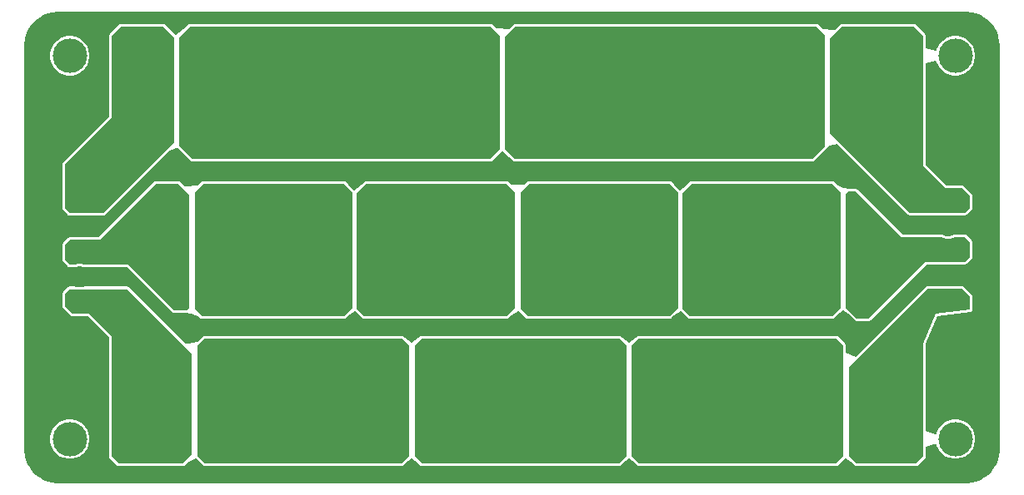
<source format=gbl>
G04*
G04 #@! TF.GenerationSoftware,Altium Limited,Altium Designer,25.3.3 (18)*
G04*
G04 Layer_Physical_Order=2*
G04 Layer_Color=16711680*
%FSLAX44Y44*%
%MOMM*%
G71*
G04*
G04 #@! TF.SameCoordinates,1FD36998-6F79-4F76-A579-B8A6C8C858E4*
G04*
G04*
G04 #@! TF.FilePolarity,Positive*
G04*
G01*
G75*
%ADD21C,1.6500*%
%ADD22C,3.5000*%
%ADD23C,0.6000*%
G36*
X960000Y480000D02*
X962294Y480000D01*
X966843Y479401D01*
X971274Y478214D01*
X975513Y476458D01*
X979487Y474164D01*
X983127Y471371D01*
X986371Y468127D01*
X989164Y464487D01*
X991458Y460513D01*
X993214Y456274D01*
X993776Y454176D01*
X995000Y445003D01*
X995000Y445000D01*
X995000Y445000D01*
X995000Y445000D01*
X995000Y35000D01*
X995000Y32706D01*
X994401Y28157D01*
X993214Y23725D01*
X991458Y19487D01*
X989164Y15513D01*
X986371Y11873D01*
X983127Y8629D01*
X979487Y5836D01*
X975513Y3542D01*
X971274Y1786D01*
X966843Y599D01*
X962294Y-0D01*
X960000Y0D01*
X36706D01*
X32157Y599D01*
X27725Y1786D01*
X23487Y3542D01*
X19513Y5836D01*
X15873Y8629D01*
X12629Y11873D01*
X9836Y15513D01*
X7542Y19487D01*
X5786Y23726D01*
X4599Y28157D01*
X4000Y32706D01*
X4000Y35000D01*
X4000Y445000D01*
X4000Y447294D01*
X4599Y451843D01*
X5786Y456274D01*
X7542Y460513D01*
X9836Y464487D01*
X12629Y468127D01*
X15873Y471371D01*
X19513Y474164D01*
X23487Y476458D01*
X27725Y478214D01*
X32157Y479401D01*
X36706Y480000D01*
X39000Y480000D01*
X39000Y480000D01*
X960000Y480000D01*
D02*
G37*
%LPC*%
G36*
X907500Y467590D02*
X835000Y467590D01*
X834009Y467393D01*
X833169Y466831D01*
X828305Y461967D01*
X827297Y461492D01*
X814634Y462439D01*
X810241Y466831D01*
X809401Y467393D01*
X808410Y467590D01*
X503410Y467590D01*
X502419Y467393D01*
X501579Y466831D01*
X497339Y462592D01*
X496956Y462316D01*
X483473Y462690D01*
X479331Y466831D01*
X478491Y467393D01*
X477500Y467590D01*
X172500Y467590D01*
X171509Y467393D01*
X170669Y466831D01*
X165594Y461756D01*
X158245Y456147D01*
X152006Y461657D01*
X146831Y466831D01*
X145991Y467393D01*
X145000Y467590D01*
X102500D01*
X101509Y467393D01*
X100669Y466831D01*
X90669Y456831D01*
X90107Y455991D01*
X89910Y455000D01*
Y373573D01*
X43169Y326831D01*
X42607Y325991D01*
X42410Y325000D01*
Y280000D01*
X42607Y279009D01*
X43169Y278169D01*
X48169Y273169D01*
X49009Y272607D01*
X50000Y272410D01*
X84000D01*
X84991Y272607D01*
X85831Y273169D01*
X150263Y337601D01*
X159169Y342169D01*
X163694Y337644D01*
X173169Y328169D01*
X174009Y327607D01*
X175000Y327410D01*
X477500D01*
X478491Y327607D01*
X479331Y328169D01*
X483206Y332044D01*
X490000Y337620D01*
X496794Y332044D01*
X500669Y328169D01*
X501509Y327607D01*
X502500Y327410D01*
X805000D01*
X805991Y327607D01*
X806831Y328169D01*
X819331Y340669D01*
X819331Y340669D01*
X819893Y341509D01*
X822909Y343275D01*
X830090Y345248D01*
X901769Y273569D01*
X902609Y273007D01*
X903600Y272810D01*
X960000D01*
X960991Y273007D01*
X961831Y273569D01*
X966831Y278569D01*
X967393Y279409D01*
X967590Y280400D01*
Y292471D01*
X967393Y293462D01*
X966831Y294302D01*
X958902Y302231D01*
X958062Y302793D01*
X957071Y302990D01*
X941073Y302990D01*
X920090Y323973D01*
Y427218D01*
X930090Y430152D01*
X930730Y429155D01*
X931116Y428223D01*
X932241Y425508D01*
X934434Y422225D01*
X937225Y419434D01*
X940508Y417241D01*
X944155Y415730D01*
X948026Y414960D01*
X951974D01*
X955845Y415730D01*
X959492Y417241D01*
X962775Y419434D01*
X965566Y422225D01*
X967759Y425508D01*
X969270Y429155D01*
X970040Y433026D01*
Y436974D01*
X969270Y440845D01*
X967759Y444492D01*
X965566Y447775D01*
X962775Y450566D01*
X959492Y452759D01*
X955845Y454270D01*
X951974Y455040D01*
X948026D01*
X944155Y454270D01*
X940508Y452759D01*
X937225Y450566D01*
X934434Y447775D01*
X932241Y444492D01*
X931116Y441777D01*
X930730Y440845D01*
X930090Y439848D01*
X920090Y442782D01*
Y455000D01*
X919893Y455991D01*
X919331Y456831D01*
X909331Y466831D01*
X908491Y467393D01*
X907500Y467590D01*
D02*
G37*
G36*
X51974Y455040D02*
X48026D01*
X44155Y454270D01*
X40507Y452759D01*
X37225Y450566D01*
X34434Y447775D01*
X32241Y444492D01*
X30730Y440845D01*
X29960Y436974D01*
Y433026D01*
X30730Y429155D01*
X32241Y425508D01*
X34434Y422225D01*
X37225Y419434D01*
X40507Y417241D01*
X44155Y415730D01*
X48026Y414960D01*
X51974D01*
X55845Y415730D01*
X59493Y417241D01*
X62775Y419434D01*
X65566Y422225D01*
X67759Y425508D01*
X69270Y429155D01*
X70040Y433026D01*
Y436974D01*
X69270Y440845D01*
X67759Y444492D01*
X65566Y447775D01*
X62775Y450566D01*
X59493Y452759D01*
X55845Y454270D01*
X51974Y455040D01*
D02*
G37*
G36*
X825000Y307590D02*
X682500D01*
X681509Y307393D01*
X680669Y306831D01*
X680669Y306831D01*
X677862Y304024D01*
X670270Y298192D01*
X664333Y303875D01*
X661376Y306831D01*
X660536Y307393D01*
X659545Y307590D01*
X517045D01*
X516054Y307393D01*
X515214Y306831D01*
X512407Y304024D01*
X512226Y303885D01*
X498745Y304007D01*
X495921Y306831D01*
X495081Y307393D01*
X494090Y307590D01*
X351590D01*
X350599Y307393D01*
X349759Y306831D01*
X349759Y306831D01*
X346952Y304024D01*
X339271Y298123D01*
X333441Y303857D01*
X330466Y306831D01*
X329626Y307393D01*
X328635Y307590D01*
X186135D01*
X185144Y307393D01*
X184304Y306831D01*
X180041Y302568D01*
X167336Y301823D01*
X166286Y302377D01*
X161831Y306831D01*
X160991Y307393D01*
X160000Y307590D01*
X138000Y307590D01*
X137009Y307393D01*
X136169Y306831D01*
X79427Y250090D01*
X50000D01*
X49009Y249893D01*
X48169Y249331D01*
X43169Y244331D01*
X42607Y243491D01*
X42410Y242500D01*
Y227500D01*
X42607Y226509D01*
X43169Y225669D01*
X48169Y220669D01*
X49009Y220107D01*
X50000Y219910D01*
X55457D01*
X55789Y219976D01*
X56127Y219998D01*
X58597Y220660D01*
X61403D01*
X63873Y219998D01*
X64211Y219976D01*
X64543Y219910D01*
X108927D01*
X154669Y174169D01*
X155509Y173607D01*
X156500Y173410D01*
X165401Y173410D01*
X168500Y173410D01*
X173175Y172956D01*
X173753Y172854D01*
X180221Y170368D01*
X182420Y168169D01*
X183261Y167607D01*
X184252Y167410D01*
X328635Y167410D01*
X329626Y167607D01*
X330466Y168169D01*
X330466Y168169D01*
X331942Y169644D01*
X340169Y175259D01*
X347259Y168169D01*
X348099Y167607D01*
X349090Y167410D01*
X494090Y167410D01*
X495081Y167607D01*
X495921Y168169D01*
X495921Y168169D01*
X497774Y170022D01*
X506152Y175446D01*
X511354Y170273D01*
X513458Y168169D01*
X514298Y167607D01*
X515289Y167410D01*
X659545Y167410D01*
X660536Y167607D01*
X661376Y168169D01*
X661376Y168169D01*
X662894Y169687D01*
X671169Y175269D01*
X678269Y168169D01*
X679109Y167607D01*
X680100Y167410D01*
X825000Y167410D01*
X825991Y167607D01*
X826831Y168169D01*
X826831Y168169D01*
X829646Y170984D01*
X836298Y176364D01*
X843284Y170954D01*
X848169Y166069D01*
X849009Y165507D01*
X850000Y165310D01*
X861900Y165310D01*
X862891Y165507D01*
X863731Y166069D01*
X920473Y222810D01*
X960000Y222810D01*
X960991Y223007D01*
X961831Y223569D01*
X966831Y228569D01*
X967393Y229409D01*
X967590Y230400D01*
Y245400D01*
X967393Y246391D01*
X966831Y247231D01*
X961831Y252231D01*
X960991Y252793D01*
X960000Y252990D01*
X948735D01*
X948567Y252956D01*
X948397Y252968D01*
X948076Y252859D01*
X947744Y252793D01*
X947602Y252698D01*
X947440Y252643D01*
X946615Y252166D01*
X943903Y251440D01*
X941097D01*
X938385Y252166D01*
X937560Y252643D01*
X937398Y252698D01*
X937256Y252793D01*
X936924Y252859D01*
X936603Y252968D01*
X936433Y252956D01*
X936265Y252990D01*
X896673D01*
X850831Y298831D01*
X849991Y299393D01*
X849000Y299590D01*
X841600Y299590D01*
X836767Y300501D01*
X834027Y301291D01*
X831130Y302532D01*
X826831Y306831D01*
X825991Y307393D01*
X825000Y307590D01*
D02*
G37*
G36*
X957071Y200490D02*
X921900Y200490D01*
X920909Y200293D01*
X920069Y199731D01*
X848590Y128252D01*
X838590Y132394D01*
Y140213D01*
X838393Y141204D01*
X837831Y142044D01*
X830545Y149331D01*
X829704Y149893D01*
X828713Y150090D01*
X628713D01*
X627722Y149893D01*
X626882Y149331D01*
X625264Y147713D01*
X618410Y142562D01*
X611556Y147713D01*
X609938Y149331D01*
X609098Y149893D01*
X608107Y150090D01*
X408107D01*
X407116Y149893D01*
X406275Y149331D01*
X404658Y147713D01*
X397803Y142562D01*
X390949Y147713D01*
X389331Y149331D01*
X388491Y149893D01*
X387500Y150090D01*
X187500D01*
X186509Y149893D01*
X185669Y149331D01*
X180071Y143734D01*
X170624Y141726D01*
X167621Y142042D01*
X110331Y199331D01*
X109491Y199893D01*
X108500Y200090D01*
X64543D01*
X64211Y200024D01*
X63873Y200002D01*
X61403Y199340D01*
X58597D01*
X56127Y200002D01*
X55789Y200024D01*
X55457Y200090D01*
X50000D01*
X49009Y199893D01*
X48169Y199331D01*
X43169Y194331D01*
X42607Y193491D01*
X42410Y192500D01*
Y180429D01*
X42607Y179438D01*
X43169Y178598D01*
X51098Y170669D01*
X51938Y170107D01*
X52929Y169910D01*
X68927Y169910D01*
X89910Y148927D01*
Y27500D01*
X90107Y26509D01*
X90669Y25669D01*
X98169Y18169D01*
X99009Y17607D01*
X100000Y17410D01*
X165000Y17410D01*
X165991Y17607D01*
X166831Y18169D01*
X169422Y20760D01*
X177775Y25448D01*
X183148Y20690D01*
X185669Y18169D01*
X186509Y17607D01*
X187500Y17410D01*
X387500D01*
X388491Y17607D01*
X389331Y18169D01*
X390949Y19787D01*
X397803Y24938D01*
X404658Y19787D01*
X406275Y18169D01*
X407116Y17607D01*
X408107Y17410D01*
X608107D01*
X609098Y17607D01*
X609938Y18169D01*
X611556Y19787D01*
X618410Y24938D01*
X625264Y19787D01*
X626882Y18169D01*
X627722Y17607D01*
X628713Y17410D01*
X828713D01*
X829704Y17607D01*
X830545Y18169D01*
X832534Y20159D01*
X838622Y24951D01*
X846263Y20075D01*
X848169Y18169D01*
X849009Y17607D01*
X850000Y17410D01*
X910000Y17410D01*
X910991Y17607D01*
X911831Y18169D01*
X919331Y25669D01*
X919893Y26509D01*
X920090Y27500D01*
Y37218D01*
X930090Y40152D01*
X930730Y39155D01*
X931116Y38223D01*
X932241Y35508D01*
X934434Y32225D01*
X937225Y29434D01*
X940508Y27241D01*
X944155Y25730D01*
X948026Y24960D01*
X951974D01*
X955845Y25730D01*
X959492Y27241D01*
X962775Y29434D01*
X965566Y32225D01*
X967759Y35508D01*
X969270Y39155D01*
X970040Y43026D01*
Y46974D01*
X969270Y50845D01*
X967759Y54493D01*
X965566Y57775D01*
X962775Y60566D01*
X959492Y62759D01*
X955845Y64270D01*
X951974Y65040D01*
X948026D01*
X944155Y64270D01*
X940508Y62759D01*
X937225Y60566D01*
X934434Y57775D01*
X932241Y54493D01*
X931116Y51777D01*
X930730Y50845D01*
X930090Y49848D01*
X920090Y52782D01*
Y141775D01*
X931817Y170118D01*
X965322Y174320D01*
X965651Y174429D01*
X965991Y174497D01*
X966126Y174587D01*
X966281Y174639D01*
X966543Y174866D01*
X966831Y175058D01*
X966922Y175194D01*
X967045Y175300D01*
X967200Y175610D01*
X967393Y175898D01*
X967424Y176058D01*
X967497Y176204D01*
X967522Y176550D01*
X967590Y176889D01*
Y189971D01*
X967393Y190962D01*
X966831Y191802D01*
X958902Y199731D01*
X958062Y200293D01*
X957071Y200490D01*
D02*
G37*
G36*
X51974Y65040D02*
X48026D01*
X44155Y64270D01*
X40507Y62759D01*
X37225Y60566D01*
X34434Y57775D01*
X32241Y54493D01*
X30730Y50845D01*
X29960Y46974D01*
Y43026D01*
X30730Y39155D01*
X32241Y35508D01*
X34434Y32225D01*
X37225Y29434D01*
X40507Y27241D01*
X44155Y25730D01*
X48026Y24960D01*
X51974D01*
X55845Y25730D01*
X59493Y27241D01*
X62775Y29434D01*
X65566Y32225D01*
X67759Y35508D01*
X69270Y39155D01*
X70040Y43026D01*
Y46974D01*
X69270Y50845D01*
X67759Y54493D01*
X65566Y57775D01*
X62775Y60566D01*
X59493Y62759D01*
X55845Y64270D01*
X51974Y65040D01*
D02*
G37*
%LPD*%
G36*
X817500Y455910D02*
X817500Y342500D01*
X805000Y330000D01*
X502500D01*
X492500Y340000D01*
X492500Y454090D01*
X503410Y465000D01*
X808410Y465000D01*
X817500Y455910D01*
D02*
G37*
G36*
X487500Y455000D02*
X487500Y340000D01*
X477500Y330000D01*
X175000D01*
X161000Y344000D01*
Y453500D01*
X172500Y465000D01*
X477500Y465000D01*
X487500Y455000D01*
D02*
G37*
G36*
X917500Y455000D02*
Y322900D01*
X940000Y300400D01*
X957071Y300400D01*
X965000Y292471D01*
Y280400D01*
X960000Y275400D01*
X903600D01*
X822500Y356500D01*
Y452500D01*
X835000Y465000D01*
X907500Y465000D01*
X917500Y455000D01*
D02*
G37*
G36*
X156000Y454000D02*
Y347000D01*
X84000Y275000D01*
X50000D01*
X45000Y280000D01*
Y325000D01*
X92500Y372500D01*
Y455000D01*
X102500Y465000D01*
X145000D01*
X156000Y454000D01*
D02*
G37*
G36*
X171000Y294000D02*
Y178500D01*
X168500Y176000D01*
X156500Y176000D01*
X110000Y222500D01*
X64543D01*
X61744Y223250D01*
X58256D01*
X55457Y222500D01*
X50000D01*
X45000Y227500D01*
Y242500D01*
X50000Y247500D01*
X80500D01*
X138000Y305000D01*
X160000Y305000D01*
X171000Y294000D01*
D02*
G37*
G36*
X668295Y296250D02*
Y178750D01*
X659545Y170000D01*
X515289Y170000D01*
X508000Y177289D01*
Y295955D01*
X517045Y305000D01*
X659545D01*
X668295Y296250D01*
D02*
G37*
G36*
X337385D02*
Y178750D01*
X328635Y170000D01*
X184252Y170000D01*
X177000Y177252D01*
Y295865D01*
X186135Y305000D01*
X328635D01*
X337385Y296250D01*
D02*
G37*
G36*
X833750D02*
Y178750D01*
X825000Y170000D01*
X680100Y170000D01*
X673000Y177101D01*
Y295500D01*
X682500Y305000D01*
X825000D01*
X833750Y296250D01*
D02*
G37*
G36*
X502840D02*
Y178750D01*
X494090Y170000D01*
X349090Y170000D01*
X342000Y177090D01*
Y295410D01*
X351590Y305000D01*
X494090D01*
X502840Y296250D01*
D02*
G37*
G36*
X895600Y250400D02*
X936265D01*
X937386Y249753D01*
X940756Y248850D01*
X944244D01*
X947614Y249753D01*
X948735Y250400D01*
X960000D01*
X965000Y245400D01*
Y230400D01*
X960000Y225400D01*
X919400Y225400D01*
X861900Y167900D01*
X850000Y167900D01*
X839000Y178900D01*
Y294400D01*
X841600Y297000D01*
X849000D01*
X895600Y250400D01*
D02*
G37*
G36*
X174000Y132000D02*
Y29000D01*
X165000Y20000D01*
X100000Y20000D01*
X92500Y27500D01*
Y150000D01*
X70000Y172500D01*
X52929Y172500D01*
X45000Y180429D01*
Y192500D01*
X50000Y197500D01*
X55457D01*
X58256Y196750D01*
X61744D01*
X64543Y197500D01*
X108500D01*
X174000Y132000D01*
D02*
G37*
G36*
X836000Y140213D02*
Y27287D01*
X828713Y20000D01*
X628713D01*
X621213Y27500D01*
Y140000D01*
X628713Y147500D01*
X828713D01*
X836000Y140213D01*
D02*
G37*
G36*
X615607Y140000D02*
Y27500D01*
X608107Y20000D01*
X408107D01*
X400607Y27500D01*
Y140000D01*
X408107Y147500D01*
X608107D01*
X615607Y140000D01*
D02*
G37*
G36*
X395000D02*
Y27500D01*
X387500Y20000D01*
X187500D01*
X180000Y27500D01*
Y140000D01*
X187500Y147500D01*
X387500D01*
X395000Y140000D01*
D02*
G37*
G36*
X965000Y189971D02*
Y176889D01*
X930000Y172500D01*
X917500Y142289D01*
Y27500D01*
X910000Y20000D01*
X850000Y20000D01*
X842000Y28000D01*
Y118000D01*
X921900Y197900D01*
X957071Y197900D01*
X965000Y189971D01*
D02*
G37*
D21*
X60000Y286200D02*
D03*
Y260800D02*
D03*
Y235400D02*
D03*
Y210000D02*
D03*
Y184600D02*
D03*
Y159200D02*
D03*
X942500Y287500D02*
D03*
Y262100D02*
D03*
Y236700D02*
D03*
Y211300D02*
D03*
Y185900D02*
D03*
Y160500D02*
D03*
D22*
X950000Y435000D02*
D03*
X50000D02*
D03*
Y45000D02*
D03*
X950000D02*
D03*
D23*
X815001Y280000D02*
D03*
X805001Y260000D02*
D03*
Y220000D02*
D03*
X815001Y200000D02*
D03*
X805001Y180000D02*
D03*
X795001Y280000D02*
D03*
X785001Y260000D02*
D03*
X795001Y240000D02*
D03*
X785001Y220000D02*
D03*
X795001Y200000D02*
D03*
X785001Y180000D02*
D03*
X775001Y280000D02*
D03*
X765001Y260000D02*
D03*
X775001Y240000D02*
D03*
X765001Y220000D02*
D03*
X775001Y200000D02*
D03*
X765001Y180000D02*
D03*
X755001Y280000D02*
D03*
X745001Y260000D02*
D03*
X755001Y240000D02*
D03*
X745001Y220000D02*
D03*
X755001Y200000D02*
D03*
X745001Y180000D02*
D03*
X735001Y280000D02*
D03*
X725001Y260000D02*
D03*
X735001Y240000D02*
D03*
X725001Y220000D02*
D03*
X735001Y200000D02*
D03*
X725001Y180000D02*
D03*
X715001Y280000D02*
D03*
X705001Y260000D02*
D03*
X715001Y240000D02*
D03*
X705001Y220000D02*
D03*
X715001Y200000D02*
D03*
X705001Y180000D02*
D03*
X695001Y280000D02*
D03*
X685001Y260000D02*
D03*
X695001Y240000D02*
D03*
X685001Y220000D02*
D03*
X695001Y200000D02*
D03*
X685001Y180000D02*
D03*
X655001Y280000D02*
D03*
X645001Y260000D02*
D03*
Y220000D02*
D03*
X655001Y200000D02*
D03*
X645001Y180000D02*
D03*
X635000Y280000D02*
D03*
X625000Y260000D02*
D03*
X635000Y240000D02*
D03*
X625000Y220000D02*
D03*
X635000Y200000D02*
D03*
X625000Y180000D02*
D03*
X615000Y280000D02*
D03*
X605000Y260000D02*
D03*
X615000Y240000D02*
D03*
X605000Y220000D02*
D03*
X615000Y200000D02*
D03*
X605000Y180000D02*
D03*
X595000Y280000D02*
D03*
X585000Y260000D02*
D03*
X595000Y240000D02*
D03*
X585000Y220000D02*
D03*
X595000Y200000D02*
D03*
X585000Y180000D02*
D03*
X575000Y280000D02*
D03*
X565000Y260000D02*
D03*
X575000Y240000D02*
D03*
X565000Y220000D02*
D03*
X575000Y200000D02*
D03*
X565000Y180000D02*
D03*
X555000Y280000D02*
D03*
X545000Y260000D02*
D03*
X555000Y240000D02*
D03*
X545000Y220000D02*
D03*
X555000Y200000D02*
D03*
X545000Y180000D02*
D03*
X535000Y280000D02*
D03*
X525000Y260000D02*
D03*
X535000Y240000D02*
D03*
X525000Y220000D02*
D03*
X535000Y200000D02*
D03*
X525000Y180000D02*
D03*
X495000Y280000D02*
D03*
X485000Y260000D02*
D03*
Y220000D02*
D03*
X495000Y200000D02*
D03*
X485000Y180000D02*
D03*
X475000Y280000D02*
D03*
X465000Y260000D02*
D03*
Y220000D02*
D03*
X475000Y200000D02*
D03*
X465000Y180000D02*
D03*
X455000Y280000D02*
D03*
X445000Y260000D02*
D03*
X455000Y240000D02*
D03*
X445000Y220000D02*
D03*
X455000Y200000D02*
D03*
X445000Y180000D02*
D03*
X435000Y280000D02*
D03*
X425000Y260000D02*
D03*
X435000Y240000D02*
D03*
X425000Y220000D02*
D03*
X435000Y200000D02*
D03*
X425000Y180000D02*
D03*
X415000Y280000D02*
D03*
X405000Y260000D02*
D03*
X415000Y240000D02*
D03*
X405000Y220000D02*
D03*
X415000Y200000D02*
D03*
X405000Y180000D02*
D03*
X395000Y280000D02*
D03*
X385000Y260000D02*
D03*
X395000Y240000D02*
D03*
X385000Y220000D02*
D03*
X395000Y200000D02*
D03*
X385000Y180000D02*
D03*
X375000Y280000D02*
D03*
X365000Y260000D02*
D03*
X375000Y240000D02*
D03*
X365000Y220000D02*
D03*
X375000Y200000D02*
D03*
X365000Y180000D02*
D03*
X325000Y260000D02*
D03*
Y220000D02*
D03*
Y180000D02*
D03*
X315000Y280000D02*
D03*
X305000Y260000D02*
D03*
Y220000D02*
D03*
X315000Y200000D02*
D03*
X305000Y180000D02*
D03*
X295000Y280000D02*
D03*
X285000Y260000D02*
D03*
X295000Y240000D02*
D03*
X285000Y220000D02*
D03*
X295000Y200000D02*
D03*
X285000Y180000D02*
D03*
X275000Y280000D02*
D03*
X265000Y260000D02*
D03*
X275000Y240000D02*
D03*
X265000Y220000D02*
D03*
X275000Y200000D02*
D03*
X265000Y180000D02*
D03*
X255000Y280000D02*
D03*
X245000Y260000D02*
D03*
X255000Y240000D02*
D03*
X245000Y220000D02*
D03*
X255000Y200000D02*
D03*
X245000Y180000D02*
D03*
X235000Y280000D02*
D03*
X225000Y260000D02*
D03*
X235000Y240000D02*
D03*
X225000Y220000D02*
D03*
X235000Y200000D02*
D03*
X225000Y180000D02*
D03*
X215000Y280000D02*
D03*
X205000Y260000D02*
D03*
X215000Y240000D02*
D03*
X205000Y220000D02*
D03*
X215000Y200000D02*
D03*
X205000Y180000D02*
D03*
X195000Y280000D02*
D03*
X185000Y260000D02*
D03*
Y220000D02*
D03*
X195000Y200000D02*
D03*
X185000Y180000D02*
D03*
X955001Y240000D02*
D03*
X915001D02*
D03*
X905001Y220000D02*
D03*
X895001Y240000D02*
D03*
X885001Y220000D02*
D03*
X865001Y260000D02*
D03*
X875001Y240000D02*
D03*
X865001Y220000D02*
D03*
X875001Y200000D02*
D03*
X865001Y180000D02*
D03*
X855001Y280000D02*
D03*
X845001Y260000D02*
D03*
Y220000D02*
D03*
X855001Y200000D02*
D03*
X845001Y180000D02*
D03*
X155000Y280000D02*
D03*
X145000Y260000D02*
D03*
Y220000D02*
D03*
X155000Y200000D02*
D03*
X135000Y280000D02*
D03*
X125000Y260000D02*
D03*
X135000Y240000D02*
D03*
X125000Y220000D02*
D03*
X105000Y260000D02*
D03*
X115000Y240000D02*
D03*
X95000D02*
D03*
X915001Y180000D02*
D03*
X905001Y160000D02*
D03*
Y120000D02*
D03*
Y80000D02*
D03*
Y40000D02*
D03*
X895001Y140000D02*
D03*
X885001Y120000D02*
D03*
X895001Y100000D02*
D03*
X885001Y80000D02*
D03*
X895001Y60000D02*
D03*
X885001Y40000D02*
D03*
X875001Y140000D02*
D03*
X865001Y120000D02*
D03*
X875001Y100000D02*
D03*
X865001Y80000D02*
D03*
X875001Y60000D02*
D03*
X865001Y40000D02*
D03*
X825001Y120000D02*
D03*
Y40000D02*
D03*
X805001Y120000D02*
D03*
X815001Y100000D02*
D03*
X805001Y80000D02*
D03*
X815001Y60000D02*
D03*
X805001Y40000D02*
D03*
X785001Y120000D02*
D03*
X795001Y100000D02*
D03*
X785001Y80000D02*
D03*
X795001Y60000D02*
D03*
X785001Y40000D02*
D03*
X765001Y120000D02*
D03*
X775001Y100000D02*
D03*
X765001Y80000D02*
D03*
X775001Y60000D02*
D03*
X765001Y40000D02*
D03*
X745001Y120000D02*
D03*
X755001Y100000D02*
D03*
X745001Y80000D02*
D03*
X755001Y60000D02*
D03*
X745001Y40000D02*
D03*
X725001Y120000D02*
D03*
X735001Y100000D02*
D03*
X725001Y80000D02*
D03*
X735001Y60000D02*
D03*
X725001Y40000D02*
D03*
X705001Y120000D02*
D03*
X715001Y100000D02*
D03*
X705001Y80000D02*
D03*
X715001Y60000D02*
D03*
X705001Y40000D02*
D03*
X685001Y120000D02*
D03*
X695001Y100000D02*
D03*
X685001Y80000D02*
D03*
X695001Y60000D02*
D03*
X685001Y40000D02*
D03*
X665001Y120000D02*
D03*
X675001Y100000D02*
D03*
X665001Y80000D02*
D03*
X675001Y60000D02*
D03*
X665001Y40000D02*
D03*
X645001Y120000D02*
D03*
X655001Y100000D02*
D03*
X645001Y80000D02*
D03*
X655001Y60000D02*
D03*
X645001Y40000D02*
D03*
X625000Y120000D02*
D03*
X635000Y100000D02*
D03*
Y60000D02*
D03*
X625000Y40000D02*
D03*
X605000Y120000D02*
D03*
Y40000D02*
D03*
X585000Y120000D02*
D03*
X595000Y100000D02*
D03*
X585000Y80000D02*
D03*
X595000Y60000D02*
D03*
X585000Y40000D02*
D03*
X565000Y120000D02*
D03*
X575000Y100000D02*
D03*
X565000Y80000D02*
D03*
X575000Y60000D02*
D03*
X565000Y40000D02*
D03*
X545000Y120000D02*
D03*
X555000Y100000D02*
D03*
X545000Y80000D02*
D03*
X555000Y60000D02*
D03*
X545000Y40000D02*
D03*
X525000Y120000D02*
D03*
X535000Y100000D02*
D03*
X525000Y80000D02*
D03*
X535000Y60000D02*
D03*
X525000Y40000D02*
D03*
X505000Y120000D02*
D03*
X515000Y100000D02*
D03*
X505000Y80000D02*
D03*
X515000Y60000D02*
D03*
X505000Y40000D02*
D03*
X485000Y120000D02*
D03*
X495000Y100000D02*
D03*
X485000Y80000D02*
D03*
X495000Y60000D02*
D03*
X485000Y40000D02*
D03*
X465000Y120000D02*
D03*
X475000Y100000D02*
D03*
X465000Y80000D02*
D03*
X475000Y60000D02*
D03*
X465000Y40000D02*
D03*
X445000Y120000D02*
D03*
X455000Y100000D02*
D03*
X445000Y80000D02*
D03*
X455000Y60000D02*
D03*
X445000Y40000D02*
D03*
X425000Y120000D02*
D03*
X435000Y100000D02*
D03*
X425000Y80000D02*
D03*
X435000Y60000D02*
D03*
X425000Y40000D02*
D03*
X405000Y120000D02*
D03*
X415000Y100000D02*
D03*
Y60000D02*
D03*
X405000Y40000D02*
D03*
X365000Y120000D02*
D03*
X375000Y100000D02*
D03*
X365000Y80000D02*
D03*
X375000Y60000D02*
D03*
X365000Y40000D02*
D03*
X345000Y120000D02*
D03*
X355000Y100000D02*
D03*
X345000Y80000D02*
D03*
X355000Y60000D02*
D03*
X345000Y40000D02*
D03*
X325000Y120000D02*
D03*
X335000Y100000D02*
D03*
X325000Y80000D02*
D03*
X335000Y60000D02*
D03*
X325000Y40000D02*
D03*
X305000Y120000D02*
D03*
X315000Y100000D02*
D03*
X305000Y80000D02*
D03*
X315000Y60000D02*
D03*
X305000Y40000D02*
D03*
X285000Y120000D02*
D03*
X295000Y100000D02*
D03*
X285000Y80000D02*
D03*
X295000Y60000D02*
D03*
X285000Y40000D02*
D03*
X265000Y120000D02*
D03*
X275000Y100000D02*
D03*
X265000Y80000D02*
D03*
X275000Y60000D02*
D03*
X265000Y40000D02*
D03*
X245000Y120000D02*
D03*
X255000Y100000D02*
D03*
X245000Y80000D02*
D03*
X255000Y60000D02*
D03*
X245000Y40000D02*
D03*
X225000Y120000D02*
D03*
X235000Y100000D02*
D03*
X225000Y80000D02*
D03*
X235000Y60000D02*
D03*
X225000Y40000D02*
D03*
X205000Y120000D02*
D03*
X215000Y100000D02*
D03*
X205000Y80000D02*
D03*
X215000Y60000D02*
D03*
X205000Y40000D02*
D03*
X185000Y120000D02*
D03*
X195000Y100000D02*
D03*
Y60000D02*
D03*
X185000Y40000D02*
D03*
X155000Y140000D02*
D03*
X145000Y120000D02*
D03*
X155000Y100000D02*
D03*
Y60000D02*
D03*
X145000Y40000D02*
D03*
X125000Y160000D02*
D03*
X135000Y140000D02*
D03*
X125000Y120000D02*
D03*
X135000Y100000D02*
D03*
X125000Y80000D02*
D03*
X135000Y60000D02*
D03*
X125000Y40000D02*
D03*
X115000Y180000D02*
D03*
X105000Y160000D02*
D03*
X115000Y140000D02*
D03*
X105000Y120000D02*
D03*
X115000Y100000D02*
D03*
X105000Y80000D02*
D03*
X115000Y60000D02*
D03*
X105000Y40000D02*
D03*
X95000Y180000D02*
D03*
X925001Y280000D02*
D03*
X905001Y440000D02*
D03*
Y400000D02*
D03*
Y360000D02*
D03*
Y320000D02*
D03*
X915001Y300000D02*
D03*
X905001Y280000D02*
D03*
X885001Y440000D02*
D03*
X895001Y420000D02*
D03*
X885001Y400000D02*
D03*
X895001Y380000D02*
D03*
X885001Y360000D02*
D03*
X895001Y340000D02*
D03*
X885001Y320000D02*
D03*
X895001Y300000D02*
D03*
X865001Y440000D02*
D03*
X875001Y420000D02*
D03*
X865001Y400000D02*
D03*
X875001Y380000D02*
D03*
X865001Y360000D02*
D03*
X875001Y340000D02*
D03*
X865001Y320000D02*
D03*
X845001Y440000D02*
D03*
X855001Y420000D02*
D03*
Y380000D02*
D03*
X845001Y360000D02*
D03*
X855001Y340000D02*
D03*
X805001Y420000D02*
D03*
Y340000D02*
D03*
X795001Y440000D02*
D03*
X785001Y420000D02*
D03*
X795001Y400000D02*
D03*
X785001Y380000D02*
D03*
X795001Y360000D02*
D03*
X785001Y340000D02*
D03*
X775001Y440000D02*
D03*
X765001Y420000D02*
D03*
X775001Y400000D02*
D03*
X765001Y380000D02*
D03*
X775001Y360000D02*
D03*
X765001Y340000D02*
D03*
X755001Y440000D02*
D03*
X745001Y420000D02*
D03*
X755001Y400000D02*
D03*
X745001Y380000D02*
D03*
X755001Y360000D02*
D03*
X745001Y340000D02*
D03*
X735001Y440000D02*
D03*
X725001Y420000D02*
D03*
X735001Y400000D02*
D03*
X725001Y380000D02*
D03*
X735001Y360000D02*
D03*
X725001Y340000D02*
D03*
X715001Y440000D02*
D03*
X705001Y420000D02*
D03*
X715001Y400000D02*
D03*
X705001Y380000D02*
D03*
X715001Y360000D02*
D03*
X705001Y340000D02*
D03*
X695001Y440000D02*
D03*
X685001Y420000D02*
D03*
X695001Y400000D02*
D03*
X685001Y380000D02*
D03*
X695001Y360000D02*
D03*
X685001Y340000D02*
D03*
X675001Y440000D02*
D03*
X665001Y420000D02*
D03*
X675001Y400000D02*
D03*
X665001Y380000D02*
D03*
X675001Y360000D02*
D03*
X665001Y340000D02*
D03*
X655001Y440000D02*
D03*
X645001Y420000D02*
D03*
X655001Y400000D02*
D03*
X645001Y380000D02*
D03*
X655001Y360000D02*
D03*
X645001Y340000D02*
D03*
X635000Y440000D02*
D03*
X625000Y420000D02*
D03*
X635000Y400000D02*
D03*
X625000Y380000D02*
D03*
X635000Y360000D02*
D03*
X625000Y340000D02*
D03*
X615000Y440000D02*
D03*
X605000Y420000D02*
D03*
X615000Y400000D02*
D03*
X605000Y380000D02*
D03*
X615000Y360000D02*
D03*
X605000Y340000D02*
D03*
X595000Y440000D02*
D03*
X585000Y420000D02*
D03*
X595000Y400000D02*
D03*
X585000Y380000D02*
D03*
X595000Y360000D02*
D03*
X585000Y340000D02*
D03*
X575000Y440000D02*
D03*
X565000Y420000D02*
D03*
X575000Y400000D02*
D03*
X565000Y380000D02*
D03*
X575000Y360000D02*
D03*
X565000Y340000D02*
D03*
X555000Y440000D02*
D03*
X545000Y420000D02*
D03*
X555000Y400000D02*
D03*
X545000Y380000D02*
D03*
X555000Y360000D02*
D03*
X545000Y340000D02*
D03*
X535000Y440000D02*
D03*
X525000Y420000D02*
D03*
X535000Y400000D02*
D03*
X525000Y380000D02*
D03*
X535000Y360000D02*
D03*
X525000Y340000D02*
D03*
X515000Y440000D02*
D03*
X505000Y420000D02*
D03*
X515000Y360000D02*
D03*
X505000Y340000D02*
D03*
X145000Y440000D02*
D03*
Y360000D02*
D03*
X125000Y440000D02*
D03*
X135000Y420000D02*
D03*
X125000Y400000D02*
D03*
X135000Y380000D02*
D03*
X125000Y360000D02*
D03*
X135000Y340000D02*
D03*
X105000Y440000D02*
D03*
X115000Y420000D02*
D03*
X105000Y400000D02*
D03*
X115000Y380000D02*
D03*
X105000Y360000D02*
D03*
X115000Y340000D02*
D03*
X105000Y320000D02*
D03*
X85000Y360000D02*
D03*
X95000Y340000D02*
D03*
X85000Y320000D02*
D03*
X95000Y300000D02*
D03*
X75000Y340000D02*
D03*
X65000Y320000D02*
D03*
X75000Y300000D02*
D03*
X475000Y440000D02*
D03*
X465000Y420000D02*
D03*
Y380000D02*
D03*
X475000Y360000D02*
D03*
X465000Y340000D02*
D03*
X455000Y440000D02*
D03*
X445000Y420000D02*
D03*
X455000Y400000D02*
D03*
X445000Y380000D02*
D03*
X455000Y360000D02*
D03*
X445000Y340000D02*
D03*
X435000Y440000D02*
D03*
X425000Y420000D02*
D03*
X435000Y400000D02*
D03*
X425000Y380000D02*
D03*
X435000Y360000D02*
D03*
X425000Y340000D02*
D03*
X415000Y440000D02*
D03*
X405000Y420000D02*
D03*
X415000Y400000D02*
D03*
X405000Y380000D02*
D03*
X415000Y360000D02*
D03*
X405000Y340000D02*
D03*
X395000Y440000D02*
D03*
X385000Y420000D02*
D03*
X395000Y400000D02*
D03*
X385000Y380000D02*
D03*
X395000Y360000D02*
D03*
X385000Y340000D02*
D03*
X375000Y440000D02*
D03*
X365000Y420000D02*
D03*
X375000Y400000D02*
D03*
X365000Y380000D02*
D03*
X375000Y360000D02*
D03*
X365000Y340000D02*
D03*
X355000Y440000D02*
D03*
X345000Y420000D02*
D03*
X355000Y400000D02*
D03*
X345000Y380000D02*
D03*
X355000Y360000D02*
D03*
X345000Y340000D02*
D03*
X335000Y440000D02*
D03*
X325000Y420000D02*
D03*
X335000Y400000D02*
D03*
X325000Y380000D02*
D03*
X335000Y360000D02*
D03*
X325000Y340000D02*
D03*
X315000Y440000D02*
D03*
X305000Y420000D02*
D03*
X315000Y400000D02*
D03*
X305000Y380000D02*
D03*
X315000Y360000D02*
D03*
X305000Y340000D02*
D03*
X295000Y440000D02*
D03*
X285000Y420000D02*
D03*
X295000Y400000D02*
D03*
X285000Y380000D02*
D03*
X295000Y360000D02*
D03*
X285000Y340000D02*
D03*
X275000Y440000D02*
D03*
X265000Y420000D02*
D03*
X275000Y400000D02*
D03*
X265000Y380000D02*
D03*
X275000Y360000D02*
D03*
X265000Y340000D02*
D03*
X255000Y440000D02*
D03*
X245000Y420000D02*
D03*
X255000Y400000D02*
D03*
X245000Y380000D02*
D03*
X255000Y360000D02*
D03*
X245000Y340000D02*
D03*
X235000Y440000D02*
D03*
X225000Y420000D02*
D03*
X235000Y400000D02*
D03*
X225000Y380000D02*
D03*
X235000Y360000D02*
D03*
X225000Y340000D02*
D03*
X215000Y440000D02*
D03*
X205000Y420000D02*
D03*
X215000Y400000D02*
D03*
X205000Y380000D02*
D03*
X215000Y360000D02*
D03*
X205000Y340000D02*
D03*
X195000Y440000D02*
D03*
X185000Y420000D02*
D03*
X195000Y400000D02*
D03*
Y360000D02*
D03*
X185000Y340000D02*
D03*
X175000Y440000D02*
D03*
X165000Y420000D02*
D03*
X175000Y360000D02*
D03*
M02*

</source>
